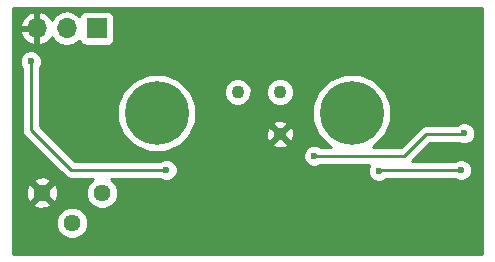
<source format=gbr>
G04 #@! TF.GenerationSoftware,KiCad,Pcbnew,(2017-06-12 revision 19d5cc754)-master*
G04 #@! TF.CreationDate,2018-06-07T02:45:10+02:00*
G04 #@! TF.ProjectId,nestbox,6E657374626F782E6B696361645F7063,rev?*
G04 #@! TF.FileFunction,Copper,L2,Bot,Signal*
G04 #@! TF.FilePolarity,Positive*
%FSLAX46Y46*%
G04 Gerber Fmt 4.6, Leading zero omitted, Abs format (unit mm)*
G04 Created by KiCad (PCBNEW (2017-06-12 revision 19d5cc754)-master) date 2018 June 07, Thursday 02:45:10*
%MOMM*%
%LPD*%
G01*
G04 APERTURE LIST*
%ADD10C,0.100000*%
%ADD11C,1.440000*%
%ADD12C,5.400000*%
%ADD13C,1.100000*%
%ADD14R,1.700000X1.700000*%
%ADD15O,1.700000X1.700000*%
%ADD16C,0.600000*%
%ADD17C,0.250000*%
%ADD18C,0.254000*%
G04 APERTURE END LIST*
D10*
D11*
X142811500Y-109283500D03*
X140271500Y-106743500D03*
X145351500Y-106743500D03*
D12*
X166500000Y-100000000D03*
D13*
X156826950Y-98203950D03*
X160419050Y-98203950D03*
X160419050Y-101796050D03*
D12*
X150000000Y-100000000D03*
D14*
X144907000Y-92837000D03*
D15*
X142367000Y-92837000D03*
X139827000Y-92837000D03*
D16*
X166433500Y-109283500D03*
X167386000Y-109283500D03*
X142748000Y-100393500D03*
X175323500Y-95885000D03*
X170053000Y-100012500D03*
X174180500Y-108331000D03*
X156718000Y-93916500D03*
X175768000Y-104838500D03*
X168783000Y-104902000D03*
X163322000Y-103632000D03*
X176022000Y-101727000D03*
X139319000Y-95631000D03*
X150812500Y-104838500D03*
D17*
X142748000Y-100393500D02*
X142684500Y-100393500D01*
X156718000Y-93916500D02*
X156718000Y-93853000D01*
X168846500Y-104838500D02*
X175768000Y-104838500D01*
X168783000Y-104902000D02*
X168846500Y-104838500D01*
X163322000Y-103632000D02*
X170942000Y-103632000D01*
X170942000Y-103632000D02*
X172783500Y-101790500D01*
X172783500Y-101790500D02*
X175958500Y-101790500D01*
X175958500Y-101790500D02*
X176022000Y-101727000D01*
X142748000Y-104838500D02*
X139319000Y-101409500D01*
X150812500Y-104838500D02*
X142748000Y-104838500D01*
X139319000Y-101409500D02*
X139319000Y-95631000D01*
D18*
G36*
X177559500Y-111964000D02*
X137845000Y-111964000D01*
X137845000Y-109551844D01*
X141456265Y-109551844D01*
X141662117Y-110050043D01*
X142042952Y-110431543D01*
X142540791Y-110638264D01*
X143079844Y-110638735D01*
X143578043Y-110432883D01*
X143959543Y-110052048D01*
X144166264Y-109554209D01*
X144166735Y-109015156D01*
X143960883Y-108516957D01*
X143580048Y-108135457D01*
X143082209Y-107928736D01*
X142543156Y-107928265D01*
X142044957Y-108134117D01*
X141663457Y-108514952D01*
X141456736Y-109012791D01*
X141456265Y-109551844D01*
X137845000Y-109551844D01*
X137845000Y-107693274D01*
X139501331Y-107693274D01*
X139565631Y-107931111D01*
X140073842Y-108110833D01*
X140612144Y-108082392D01*
X140977369Y-107931111D01*
X141041669Y-107693274D01*
X140271500Y-106923105D01*
X139501331Y-107693274D01*
X137845000Y-107693274D01*
X137845000Y-106545842D01*
X138904167Y-106545842D01*
X138932608Y-107084144D01*
X139083889Y-107449369D01*
X139321726Y-107513669D01*
X140091895Y-106743500D01*
X140451105Y-106743500D01*
X141221274Y-107513669D01*
X141459111Y-107449369D01*
X141638833Y-106941158D01*
X141610392Y-106402856D01*
X141459111Y-106037631D01*
X141221274Y-105973331D01*
X140451105Y-106743500D01*
X140091895Y-106743500D01*
X139321726Y-105973331D01*
X139083889Y-106037631D01*
X138904167Y-106545842D01*
X137845000Y-106545842D01*
X137845000Y-105793726D01*
X139501331Y-105793726D01*
X140271500Y-106563895D01*
X141041669Y-105793726D01*
X140977369Y-105555889D01*
X140469158Y-105376167D01*
X139930856Y-105404608D01*
X139565631Y-105555889D01*
X139501331Y-105793726D01*
X137845000Y-105793726D01*
X137845000Y-95816167D01*
X138383838Y-95816167D01*
X138525883Y-96159943D01*
X138559000Y-96193118D01*
X138559000Y-101409500D01*
X138616852Y-101700339D01*
X138781599Y-101946901D01*
X142210599Y-105375901D01*
X142457160Y-105540648D01*
X142748000Y-105598500D01*
X144580566Y-105598500D01*
X144203457Y-105974952D01*
X143996736Y-106472791D01*
X143996265Y-107011844D01*
X144202117Y-107510043D01*
X144582952Y-107891543D01*
X145080791Y-108098264D01*
X145619844Y-108098735D01*
X146118043Y-107892883D01*
X146499543Y-107512048D01*
X146706264Y-107014209D01*
X146706735Y-106475156D01*
X146500883Y-105976957D01*
X146123086Y-105598500D01*
X150250037Y-105598500D01*
X150282173Y-105630692D01*
X150625701Y-105773338D01*
X150997667Y-105773662D01*
X151341443Y-105631617D01*
X151604692Y-105368827D01*
X151747338Y-105025299D01*
X151747662Y-104653333D01*
X151605617Y-104309557D01*
X151342827Y-104046308D01*
X150999299Y-103903662D01*
X150627333Y-103903338D01*
X150283557Y-104045383D01*
X150250382Y-104078500D01*
X143062802Y-104078500D01*
X142801469Y-103817167D01*
X162386838Y-103817167D01*
X162528883Y-104160943D01*
X162791673Y-104424192D01*
X163135201Y-104566838D01*
X163507167Y-104567162D01*
X163850943Y-104425117D01*
X163884118Y-104392000D01*
X167982367Y-104392000D01*
X167848162Y-104715201D01*
X167847838Y-105087167D01*
X167989883Y-105430943D01*
X168252673Y-105694192D01*
X168596201Y-105836838D01*
X168968167Y-105837162D01*
X169311943Y-105695117D01*
X169408729Y-105598500D01*
X175205537Y-105598500D01*
X175237673Y-105630692D01*
X175581201Y-105773338D01*
X175953167Y-105773662D01*
X176296943Y-105631617D01*
X176560192Y-105368827D01*
X176702838Y-105025299D01*
X176703162Y-104653333D01*
X176561117Y-104309557D01*
X176298327Y-104046308D01*
X175954799Y-103903662D01*
X175582833Y-103903338D01*
X175239057Y-104045383D01*
X175205882Y-104078500D01*
X171570302Y-104078500D01*
X173098302Y-102550500D01*
X175567071Y-102550500D01*
X175835201Y-102661838D01*
X176207167Y-102662162D01*
X176550943Y-102520117D01*
X176814192Y-102257327D01*
X176956838Y-101913799D01*
X176957162Y-101541833D01*
X176815117Y-101198057D01*
X176552327Y-100934808D01*
X176208799Y-100792162D01*
X175836833Y-100791838D01*
X175493057Y-100933883D01*
X175396271Y-101030500D01*
X172783500Y-101030500D01*
X172492660Y-101088352D01*
X172246099Y-101253099D01*
X170627198Y-102872000D01*
X168282406Y-102872000D01*
X168386658Y-102828924D01*
X169325627Y-101891593D01*
X169834420Y-100666283D01*
X169835578Y-99339538D01*
X169328924Y-98113342D01*
X168391593Y-97174373D01*
X167166283Y-96665580D01*
X165839538Y-96664422D01*
X164613342Y-97171076D01*
X163674373Y-98108407D01*
X163165580Y-99333717D01*
X163164422Y-100660462D01*
X163671076Y-101886658D01*
X164608407Y-102825627D01*
X164720086Y-102872000D01*
X163884463Y-102872000D01*
X163852327Y-102839808D01*
X163508799Y-102697162D01*
X163136833Y-102696838D01*
X162793057Y-102838883D01*
X162529808Y-103101673D01*
X162387162Y-103445201D01*
X162386838Y-103817167D01*
X142801469Y-103817167D01*
X140079000Y-101094698D01*
X140079000Y-100660462D01*
X146664422Y-100660462D01*
X147171076Y-101886658D01*
X148108407Y-102825627D01*
X149333717Y-103334420D01*
X150660462Y-103335578D01*
X151886658Y-102828924D01*
X152093459Y-102622483D01*
X159772222Y-102622483D01*
X159815558Y-102842751D01*
X160262051Y-102994022D01*
X160732446Y-102962913D01*
X161022542Y-102842751D01*
X161065878Y-102622483D01*
X160419050Y-101975655D01*
X159772222Y-102622483D01*
X152093459Y-102622483D01*
X152825627Y-101891593D01*
X152930491Y-101639051D01*
X159221078Y-101639051D01*
X159252187Y-102109446D01*
X159372349Y-102399542D01*
X159592617Y-102442878D01*
X160239445Y-101796050D01*
X160598655Y-101796050D01*
X161245483Y-102442878D01*
X161465751Y-102399542D01*
X161617022Y-101953049D01*
X161585913Y-101482654D01*
X161465751Y-101192558D01*
X161245483Y-101149222D01*
X160598655Y-101796050D01*
X160239445Y-101796050D01*
X159592617Y-101149222D01*
X159372349Y-101192558D01*
X159221078Y-101639051D01*
X152930491Y-101639051D01*
X153208464Y-100969617D01*
X159772222Y-100969617D01*
X160419050Y-101616445D01*
X161065878Y-100969617D01*
X161022542Y-100749349D01*
X160576049Y-100598078D01*
X160105654Y-100629187D01*
X159815558Y-100749349D01*
X159772222Y-100969617D01*
X153208464Y-100969617D01*
X153334420Y-100666283D01*
X153335578Y-99339538D01*
X152963330Y-98438627D01*
X155641744Y-98438627D01*
X155821770Y-98874322D01*
X156154825Y-99207959D01*
X156590205Y-99388744D01*
X157061627Y-99389156D01*
X157497322Y-99209130D01*
X157830959Y-98876075D01*
X158011744Y-98440695D01*
X158011745Y-98438627D01*
X159233844Y-98438627D01*
X159413870Y-98874322D01*
X159746925Y-99207959D01*
X160182305Y-99388744D01*
X160653727Y-99389156D01*
X161089422Y-99209130D01*
X161423059Y-98876075D01*
X161603844Y-98440695D01*
X161604256Y-97969273D01*
X161424230Y-97533578D01*
X161091175Y-97199941D01*
X160655795Y-97019156D01*
X160184373Y-97018744D01*
X159748678Y-97198770D01*
X159415041Y-97531825D01*
X159234256Y-97967205D01*
X159233844Y-98438627D01*
X158011745Y-98438627D01*
X158012156Y-97969273D01*
X157832130Y-97533578D01*
X157499075Y-97199941D01*
X157063695Y-97019156D01*
X156592273Y-97018744D01*
X156156578Y-97198770D01*
X155822941Y-97531825D01*
X155642156Y-97967205D01*
X155641744Y-98438627D01*
X152963330Y-98438627D01*
X152828924Y-98113342D01*
X151891593Y-97174373D01*
X150666283Y-96665580D01*
X149339538Y-96664422D01*
X148113342Y-97171076D01*
X147174373Y-98108407D01*
X146665580Y-99333717D01*
X146664422Y-100660462D01*
X140079000Y-100660462D01*
X140079000Y-96193463D01*
X140111192Y-96161327D01*
X140253838Y-95817799D01*
X140254162Y-95445833D01*
X140112117Y-95102057D01*
X139849327Y-94838808D01*
X139505799Y-94696162D01*
X139133833Y-94695838D01*
X138790057Y-94837883D01*
X138526808Y-95100673D01*
X138384162Y-95444201D01*
X138383838Y-95816167D01*
X137845000Y-95816167D01*
X137845000Y-93193892D01*
X138385514Y-93193892D01*
X138631817Y-93718358D01*
X139060076Y-94108645D01*
X139470110Y-94278476D01*
X139700000Y-94157155D01*
X139700000Y-92964000D01*
X138506181Y-92964000D01*
X138385514Y-93193892D01*
X137845000Y-93193892D01*
X137845000Y-92480108D01*
X138385514Y-92480108D01*
X138506181Y-92710000D01*
X139700000Y-92710000D01*
X139700000Y-91516845D01*
X139954000Y-91516845D01*
X139954000Y-92710000D01*
X139974000Y-92710000D01*
X139974000Y-92964000D01*
X139954000Y-92964000D01*
X139954000Y-94157155D01*
X140183890Y-94278476D01*
X140593924Y-94108645D01*
X141022183Y-93718358D01*
X141089298Y-93575447D01*
X141316946Y-93916147D01*
X141798715Y-94238054D01*
X142367000Y-94351093D01*
X142935285Y-94238054D01*
X143417054Y-93916147D01*
X143444850Y-93874548D01*
X143453838Y-93922317D01*
X143592910Y-94138441D01*
X143805110Y-94283431D01*
X144057000Y-94334440D01*
X145757000Y-94334440D01*
X145992317Y-94290162D01*
X146208441Y-94151090D01*
X146353431Y-93938890D01*
X146404440Y-93687000D01*
X146404440Y-91987000D01*
X146360162Y-91751683D01*
X146221090Y-91535559D01*
X146008890Y-91390569D01*
X145757000Y-91339560D01*
X144057000Y-91339560D01*
X143821683Y-91383838D01*
X143605559Y-91522910D01*
X143460569Y-91735110D01*
X143446914Y-91802541D01*
X143417054Y-91757853D01*
X142935285Y-91435946D01*
X142367000Y-91322907D01*
X141798715Y-91435946D01*
X141316946Y-91757853D01*
X141089298Y-92098553D01*
X141022183Y-91955642D01*
X140593924Y-91565355D01*
X140183890Y-91395524D01*
X139954000Y-91516845D01*
X139700000Y-91516845D01*
X139470110Y-91395524D01*
X139060076Y-91565355D01*
X138631817Y-91955642D01*
X138385514Y-92480108D01*
X137845000Y-92480108D01*
X137845000Y-91109000D01*
X177559500Y-91109000D01*
X177559500Y-111964000D01*
X177559500Y-111964000D01*
G37*
X177559500Y-111964000D02*
X137845000Y-111964000D01*
X137845000Y-109551844D01*
X141456265Y-109551844D01*
X141662117Y-110050043D01*
X142042952Y-110431543D01*
X142540791Y-110638264D01*
X143079844Y-110638735D01*
X143578043Y-110432883D01*
X143959543Y-110052048D01*
X144166264Y-109554209D01*
X144166735Y-109015156D01*
X143960883Y-108516957D01*
X143580048Y-108135457D01*
X143082209Y-107928736D01*
X142543156Y-107928265D01*
X142044957Y-108134117D01*
X141663457Y-108514952D01*
X141456736Y-109012791D01*
X141456265Y-109551844D01*
X137845000Y-109551844D01*
X137845000Y-107693274D01*
X139501331Y-107693274D01*
X139565631Y-107931111D01*
X140073842Y-108110833D01*
X140612144Y-108082392D01*
X140977369Y-107931111D01*
X141041669Y-107693274D01*
X140271500Y-106923105D01*
X139501331Y-107693274D01*
X137845000Y-107693274D01*
X137845000Y-106545842D01*
X138904167Y-106545842D01*
X138932608Y-107084144D01*
X139083889Y-107449369D01*
X139321726Y-107513669D01*
X140091895Y-106743500D01*
X140451105Y-106743500D01*
X141221274Y-107513669D01*
X141459111Y-107449369D01*
X141638833Y-106941158D01*
X141610392Y-106402856D01*
X141459111Y-106037631D01*
X141221274Y-105973331D01*
X140451105Y-106743500D01*
X140091895Y-106743500D01*
X139321726Y-105973331D01*
X139083889Y-106037631D01*
X138904167Y-106545842D01*
X137845000Y-106545842D01*
X137845000Y-105793726D01*
X139501331Y-105793726D01*
X140271500Y-106563895D01*
X141041669Y-105793726D01*
X140977369Y-105555889D01*
X140469158Y-105376167D01*
X139930856Y-105404608D01*
X139565631Y-105555889D01*
X139501331Y-105793726D01*
X137845000Y-105793726D01*
X137845000Y-95816167D01*
X138383838Y-95816167D01*
X138525883Y-96159943D01*
X138559000Y-96193118D01*
X138559000Y-101409500D01*
X138616852Y-101700339D01*
X138781599Y-101946901D01*
X142210599Y-105375901D01*
X142457160Y-105540648D01*
X142748000Y-105598500D01*
X144580566Y-105598500D01*
X144203457Y-105974952D01*
X143996736Y-106472791D01*
X143996265Y-107011844D01*
X144202117Y-107510043D01*
X144582952Y-107891543D01*
X145080791Y-108098264D01*
X145619844Y-108098735D01*
X146118043Y-107892883D01*
X146499543Y-107512048D01*
X146706264Y-107014209D01*
X146706735Y-106475156D01*
X146500883Y-105976957D01*
X146123086Y-105598500D01*
X150250037Y-105598500D01*
X150282173Y-105630692D01*
X150625701Y-105773338D01*
X150997667Y-105773662D01*
X151341443Y-105631617D01*
X151604692Y-105368827D01*
X151747338Y-105025299D01*
X151747662Y-104653333D01*
X151605617Y-104309557D01*
X151342827Y-104046308D01*
X150999299Y-103903662D01*
X150627333Y-103903338D01*
X150283557Y-104045383D01*
X150250382Y-104078500D01*
X143062802Y-104078500D01*
X142801469Y-103817167D01*
X162386838Y-103817167D01*
X162528883Y-104160943D01*
X162791673Y-104424192D01*
X163135201Y-104566838D01*
X163507167Y-104567162D01*
X163850943Y-104425117D01*
X163884118Y-104392000D01*
X167982367Y-104392000D01*
X167848162Y-104715201D01*
X167847838Y-105087167D01*
X167989883Y-105430943D01*
X168252673Y-105694192D01*
X168596201Y-105836838D01*
X168968167Y-105837162D01*
X169311943Y-105695117D01*
X169408729Y-105598500D01*
X175205537Y-105598500D01*
X175237673Y-105630692D01*
X175581201Y-105773338D01*
X175953167Y-105773662D01*
X176296943Y-105631617D01*
X176560192Y-105368827D01*
X176702838Y-105025299D01*
X176703162Y-104653333D01*
X176561117Y-104309557D01*
X176298327Y-104046308D01*
X175954799Y-103903662D01*
X175582833Y-103903338D01*
X175239057Y-104045383D01*
X175205882Y-104078500D01*
X171570302Y-104078500D01*
X173098302Y-102550500D01*
X175567071Y-102550500D01*
X175835201Y-102661838D01*
X176207167Y-102662162D01*
X176550943Y-102520117D01*
X176814192Y-102257327D01*
X176956838Y-101913799D01*
X176957162Y-101541833D01*
X176815117Y-101198057D01*
X176552327Y-100934808D01*
X176208799Y-100792162D01*
X175836833Y-100791838D01*
X175493057Y-100933883D01*
X175396271Y-101030500D01*
X172783500Y-101030500D01*
X172492660Y-101088352D01*
X172246099Y-101253099D01*
X170627198Y-102872000D01*
X168282406Y-102872000D01*
X168386658Y-102828924D01*
X169325627Y-101891593D01*
X169834420Y-100666283D01*
X169835578Y-99339538D01*
X169328924Y-98113342D01*
X168391593Y-97174373D01*
X167166283Y-96665580D01*
X165839538Y-96664422D01*
X164613342Y-97171076D01*
X163674373Y-98108407D01*
X163165580Y-99333717D01*
X163164422Y-100660462D01*
X163671076Y-101886658D01*
X164608407Y-102825627D01*
X164720086Y-102872000D01*
X163884463Y-102872000D01*
X163852327Y-102839808D01*
X163508799Y-102697162D01*
X163136833Y-102696838D01*
X162793057Y-102838883D01*
X162529808Y-103101673D01*
X162387162Y-103445201D01*
X162386838Y-103817167D01*
X142801469Y-103817167D01*
X140079000Y-101094698D01*
X140079000Y-100660462D01*
X146664422Y-100660462D01*
X147171076Y-101886658D01*
X148108407Y-102825627D01*
X149333717Y-103334420D01*
X150660462Y-103335578D01*
X151886658Y-102828924D01*
X152093459Y-102622483D01*
X159772222Y-102622483D01*
X159815558Y-102842751D01*
X160262051Y-102994022D01*
X160732446Y-102962913D01*
X161022542Y-102842751D01*
X161065878Y-102622483D01*
X160419050Y-101975655D01*
X159772222Y-102622483D01*
X152093459Y-102622483D01*
X152825627Y-101891593D01*
X152930491Y-101639051D01*
X159221078Y-101639051D01*
X159252187Y-102109446D01*
X159372349Y-102399542D01*
X159592617Y-102442878D01*
X160239445Y-101796050D01*
X160598655Y-101796050D01*
X161245483Y-102442878D01*
X161465751Y-102399542D01*
X161617022Y-101953049D01*
X161585913Y-101482654D01*
X161465751Y-101192558D01*
X161245483Y-101149222D01*
X160598655Y-101796050D01*
X160239445Y-101796050D01*
X159592617Y-101149222D01*
X159372349Y-101192558D01*
X159221078Y-101639051D01*
X152930491Y-101639051D01*
X153208464Y-100969617D01*
X159772222Y-100969617D01*
X160419050Y-101616445D01*
X161065878Y-100969617D01*
X161022542Y-100749349D01*
X160576049Y-100598078D01*
X160105654Y-100629187D01*
X159815558Y-100749349D01*
X159772222Y-100969617D01*
X153208464Y-100969617D01*
X153334420Y-100666283D01*
X153335578Y-99339538D01*
X152963330Y-98438627D01*
X155641744Y-98438627D01*
X155821770Y-98874322D01*
X156154825Y-99207959D01*
X156590205Y-99388744D01*
X157061627Y-99389156D01*
X157497322Y-99209130D01*
X157830959Y-98876075D01*
X158011744Y-98440695D01*
X158011745Y-98438627D01*
X159233844Y-98438627D01*
X159413870Y-98874322D01*
X159746925Y-99207959D01*
X160182305Y-99388744D01*
X160653727Y-99389156D01*
X161089422Y-99209130D01*
X161423059Y-98876075D01*
X161603844Y-98440695D01*
X161604256Y-97969273D01*
X161424230Y-97533578D01*
X161091175Y-97199941D01*
X160655795Y-97019156D01*
X160184373Y-97018744D01*
X159748678Y-97198770D01*
X159415041Y-97531825D01*
X159234256Y-97967205D01*
X159233844Y-98438627D01*
X158011745Y-98438627D01*
X158012156Y-97969273D01*
X157832130Y-97533578D01*
X157499075Y-97199941D01*
X157063695Y-97019156D01*
X156592273Y-97018744D01*
X156156578Y-97198770D01*
X155822941Y-97531825D01*
X155642156Y-97967205D01*
X155641744Y-98438627D01*
X152963330Y-98438627D01*
X152828924Y-98113342D01*
X151891593Y-97174373D01*
X150666283Y-96665580D01*
X149339538Y-96664422D01*
X148113342Y-97171076D01*
X147174373Y-98108407D01*
X146665580Y-99333717D01*
X146664422Y-100660462D01*
X140079000Y-100660462D01*
X140079000Y-96193463D01*
X140111192Y-96161327D01*
X140253838Y-95817799D01*
X140254162Y-95445833D01*
X140112117Y-95102057D01*
X139849327Y-94838808D01*
X139505799Y-94696162D01*
X139133833Y-94695838D01*
X138790057Y-94837883D01*
X138526808Y-95100673D01*
X138384162Y-95444201D01*
X138383838Y-95816167D01*
X137845000Y-95816167D01*
X137845000Y-93193892D01*
X138385514Y-93193892D01*
X138631817Y-93718358D01*
X139060076Y-94108645D01*
X139470110Y-94278476D01*
X139700000Y-94157155D01*
X139700000Y-92964000D01*
X138506181Y-92964000D01*
X138385514Y-93193892D01*
X137845000Y-93193892D01*
X137845000Y-92480108D01*
X138385514Y-92480108D01*
X138506181Y-92710000D01*
X139700000Y-92710000D01*
X139700000Y-91516845D01*
X139954000Y-91516845D01*
X139954000Y-92710000D01*
X139974000Y-92710000D01*
X139974000Y-92964000D01*
X139954000Y-92964000D01*
X139954000Y-94157155D01*
X140183890Y-94278476D01*
X140593924Y-94108645D01*
X141022183Y-93718358D01*
X141089298Y-93575447D01*
X141316946Y-93916147D01*
X141798715Y-94238054D01*
X142367000Y-94351093D01*
X142935285Y-94238054D01*
X143417054Y-93916147D01*
X143444850Y-93874548D01*
X143453838Y-93922317D01*
X143592910Y-94138441D01*
X143805110Y-94283431D01*
X144057000Y-94334440D01*
X145757000Y-94334440D01*
X145992317Y-94290162D01*
X146208441Y-94151090D01*
X146353431Y-93938890D01*
X146404440Y-93687000D01*
X146404440Y-91987000D01*
X146360162Y-91751683D01*
X146221090Y-91535559D01*
X146008890Y-91390569D01*
X145757000Y-91339560D01*
X144057000Y-91339560D01*
X143821683Y-91383838D01*
X143605559Y-91522910D01*
X143460569Y-91735110D01*
X143446914Y-91802541D01*
X143417054Y-91757853D01*
X142935285Y-91435946D01*
X142367000Y-91322907D01*
X141798715Y-91435946D01*
X141316946Y-91757853D01*
X141089298Y-92098553D01*
X141022183Y-91955642D01*
X140593924Y-91565355D01*
X140183890Y-91395524D01*
X139954000Y-91516845D01*
X139700000Y-91516845D01*
X139470110Y-91395524D01*
X139060076Y-91565355D01*
X138631817Y-91955642D01*
X138385514Y-92480108D01*
X137845000Y-92480108D01*
X137845000Y-91109000D01*
X177559500Y-91109000D01*
X177559500Y-111964000D01*
M02*

</source>
